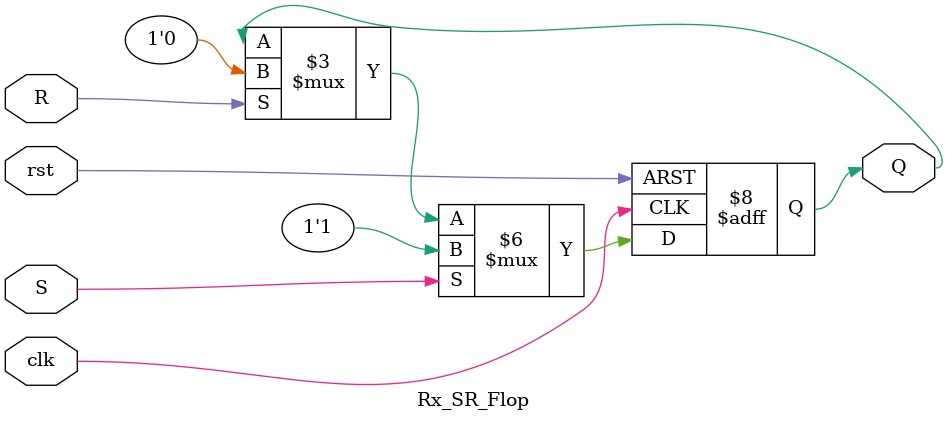
<source format=v>
`timescale 1ns / 1ps
module Rx_SR_Flop(clk, rst, S, R, Q);

     input     clk, rst;
     input     S, R;
     
     output    Q;
     
     reg       Q;
     
     always @(posedge clk, posedge rst)
          if(rst)
               Q <= 1'b0;
          else if(S)
               Q <= 1'b1;
          else if(R)
               Q <= 1'b0;
          else
               Q <= Q;
endmodule

</source>
